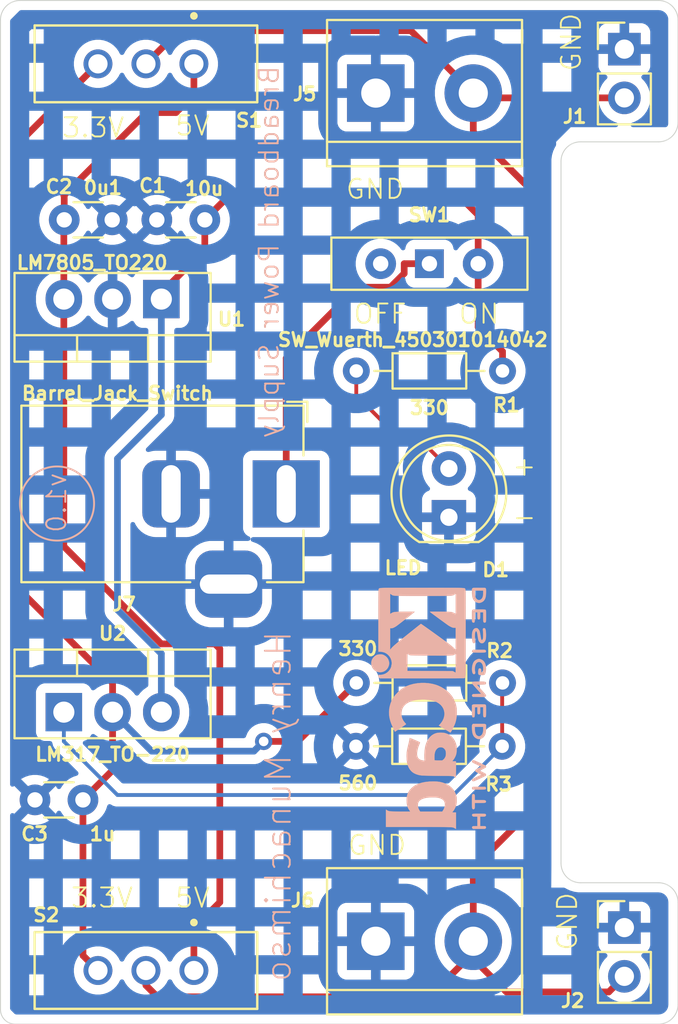
<source format=kicad_pcb>
(kicad_pcb (version 20241229) (generator "pcbnew") (generator_version "9.0")
  (title_block (title "Breadboard Power Supply") (date "2025-09-23") (rev "v2.0"))
  (layers (0 "F.Cu" signal) (2 "B.Cu" signal) (13 "F.Paste" user) (15 "B.Paste" user) (5 "F.SilkS" user "F.Silkscreen") (7 "B.SilkS" user "B.Silkscreen") (1 "F.Mask" user) (3 "B.Mask" user) (25 "Edge.Cuts" user))
  (net 0 "")
  (net 1 "/12V")
  (net 2 "GND")
  (net 3 "/5V")
  (net 4 "/3.3V")
  (net 5 "Net-(D1-A)")
  (net 6 "/PWR_OUT_TOP")
  (net 7 "/PWR_input")
  (net 8 "Net-(U2-ADJ)")
  (net 10 "/PWR_OUT_DOWN")
  (footprint "Capacitor_THT:C_Disc_D3.0mm_W1.6mm_P2.50mm" (layer "F.Cu") (at 132.9236 109.474 180)
    (property "Reference" "C3" (at 2.52 -1.778 0) (layer "F.SilkS") (effects (font (size 0.7 0.7))))
    (property "Value" "1u" (at -0.274 -1.778 0) (layer "F.SilkS") (effects (font (size 0.7 0.7)) (justify left)))
    (pad "1" thru_hole circle (at 0 0 180) (size 1.6 1.6) (drill 0.8) (layers "*.Cu" "*.Mask") (net 4 "/3.3V"))
    (pad "2" thru_hole circle (at 2.5 0 180) (size 1.6 1.6) (drill 0.8) (layers "*.Cu" "*.Mask") (net 2 "GND"))
  )
  (footprint "TerminalBlock:TerminalBlock_bornier-2_P5.08mm" (layer "F.Cu") (at 148.1836 72.644)
    (property "Reference" "J5" (at -3.7084 0.0508 0) (layer "F.SilkS") (effects (font (size 0.7 0.7))))
    (property "Value" "Screw_Terminal_01x02" (hide yes))
    (pad "1" thru_hole rect (at 0 0) (size 3 3) (drill 1.52) (layers "*.Cu" "*.Mask") (net 2 "GND"))
    (pad "2" thru_hole circle (at 5.08 0) (size 3 3) (drill 1.52) (layers "*.Cu" "*.Mask") (net 6 "/PWR_OUT_TOP"))
  )
  (footprint "Connector_PinHeader_2.54mm:PinHeader_1x02_P2.54mm_Vertical" (layer "F.Cu") (at 161.1376 70.353)
    (property "Reference" "J1" (at -2.5908 3.5102 0) (layer "F.SilkS") (effects (font (size 0.7 0.7))))
    (property "Value" "Conn_01x02_Pin" (hide yes))
    (pad "1" thru_hole rect (at 0 0) (size 1.7 1.7) (drill 1) (layers "*.Cu" "*.Mask") (net 2 "GND"))
    (pad "2" thru_hole circle (at 0 2.54) (size 1.7 1.7) (drill 1) (layers "*.Cu" "*.Mask") (net 6 "/PWR_OUT_TOP"))
  )
  (footprint "Connector_BarrelJack:BarrelJack_Horizontal" (layer "F.Cu") (at 143.5156 93.5305)
    (property "Reference" "J7" (at -8.45 5.75 0) (layer "F.SilkS") (effects (font (size 0.7 0.7))))
    (property "Value" "Barrel_Jack_Switch" (at -8.794 -5.2401 0) (layer "F.SilkS") (effects (font (size 0.7 0.7))))
    (pad "1" thru_hole rect (at 0 0) (size 3.5 3.5) (drill oval 1 3) (layers "*.Cu" "*.Mask") (net 7 "/PWR_input"))
    (pad "2" thru_hole roundrect (at -6 0) (size 3 3.5) (drill oval 1 3) (layers "*.Cu" "*.Mask") (net 2 "GND"))
    (pad "3" thru_hole roundrect (at -3 4.7) (size 3.5 3.5) (drill oval 3 1) (layers "*.Cu" "*.Mask") (net 2 "GND"))
  )
  (footprint "Capacitor_THT:C_Disc_D3.0mm_W1.6mm_P2.50mm" (layer "F.Cu") (at 139.2736 79.248 180)
    (property "Reference" "C1" (at 2.7232 1.778 0) (layer "F.SilkS") (effects (font (size 0.7 0.7))))
    (property "Value" "10u" (at 0.0308 1.6256 0) (layer "F.SilkS") (effects (font (size 0.7 0.7))))
    (pad "1" thru_hole circle (at 0 0 180) (size 1.6 1.6) (drill 0.8) (layers "*.Cu" "*.Mask") (net 1 "/12V"))
    (pad "2" thru_hole circle (at 2.5 0 180) (size 1.6 1.6) (drill 0.8) (layers "*.Cu" "*.Mask") (net 2 "GND"))
  )
  (footprint "Connector_PinHeader_2.54mm:PinHeader_1x02_P2.54mm_Vertical" (layer "F.Cu") (at 161.1376 116.1288)
    (property "Reference" "J2" (at -2.6924 3.81 0) (layer "F.SilkS") (effects (font (size 0.7 0.7))))
    (property "Value" "Conn_01x02_Pin" (hide yes))
    (pad "1" thru_hole rect (at 0 0) (size 1.7 1.7) (drill 1) (layers "*.Cu" "*.Mask") (net 2 "GND"))
    (pad "2" thru_hole circle (at 0 2.54) (size 1.7 1.7) (drill 1) (layers "*.Cu" "*.Mask") (net 10 "/PWR_OUT_DOWN"))
  )
  (footprint "Capacitor_THT:C_Disc_D3.0mm_W1.6mm_P2.50mm" (layer "F.Cu") (at 131.9476 79.248)
    (property "Reference" "C2" (at -0.274 -1.7272 0) (layer "F.SilkS") (effects (font (size 0.7 0.7))))
    (property "Value" "0u1" (at 2.015 -1.6764 0) (layer "F.SilkS") (effects (font (size 0.7 0.7))))
    (pad "1" thru_hole circle (at 0 0) (size 1.6 1.6) (drill 0.8) (layers "*.Cu" "*.Mask") (net 3 "/5V"))
    (pad "2" thru_hole circle (at 2.5 0) (size 1.6 1.6) (drill 0.8) (layers "*.Cu" "*.Mask") (net 2 "GND"))
  )
  (footprint "TerminalBlock:TerminalBlock_bornier-2_P5.08mm" (layer "F.Cu") (at 148.1836 116.84)
    (property "Reference" "J6" (at -3.81 -2.1336 0) (layer "F.SilkS") (effects (font (size 0.7 0.7))))
    (property "Value" "Screw_Terminal_01x02" (hide yes))
    (pad "1" thru_hole rect (at 0 0) (size 3 3) (drill 1.52) (layers "*.Cu" "*.Mask") (net 2 "GND"))
    (pad "2" thru_hole circle (at 5.08 0) (size 3 3) (drill 1.52) (layers "*.Cu" "*.Mask") (net 10 "/PWR_OUT_DOWN"))
  )
  (footprint "LED_THT:LED_D5.0mm" (layer "F.Cu") (at 151.9936 94.747 90)
    (property "Reference" "D1" (at -2.7382 2.4384 0) (layer "F.SilkS") (effects (font (size 0.7 0.7))))
    (property "Value" "LED" (at -2.6366 -2.3876 180) (layer "F.SilkS") (effects (font (size 0.7 0.7))))
    (pad "1" thru_hole rect (at 0 0 90) (size 1.8 1.8) (drill 0.9) (layers "*.Cu" "*.Mask") (net 2 "GND"))
    (pad "2" thru_hole circle (at 2.54 0 90) (size 1.8 1.8) (drill 0.9) (layers "*.Cu" "*.Mask") (net 5 "Net-(D1-A)"))
  )
  (footprint "Resistor_THT:R_Axial_DIN0204_L3.6mm_D1.6mm_P7.62mm_Horizontal" (layer "F.Cu") (at 154.7876 103.378 180)
    (property "Reference" "R2" (at 0.1524 1.6764 0) (layer "F.SilkS") (effects (font (size 0.7 0.7))))
    (property "Value" "330" (at 8.636 1.778 0) (layer "F.SilkS") (effects (font (size 0.7 0.7)) (justify left)))
    (pad "1" thru_hole circle (at 0 0 180) (size 1.4 1.4) (drill 0.7) (layers "*.Cu" "*.Mask") (net 8 "Net-(U2-ADJ)"))
    (pad "2" thru_hole circle (at 7.62 0 180) (size 1.4 1.4) (drill 0.7) (layers "*.Cu" "*.Mask") (net 4 "/3.3V"))
  )
  (footprint "Resistor_THT:R_Axial_DIN0204_L3.6mm_D1.6mm_P7.62mm_Horizontal" (layer "F.Cu") (at 147.1496 106.68)
    (property "Reference" "R3" (at 7.4348 1.9812 0) (layer "F.SilkS") (effects (font (size 0.7 0.7))))
    (property "Value" "560" (at -0.998 1.92 0) (layer "F.SilkS") (effects (font (size 0.7 0.7)) (justify left)))
    (pad "1" thru_hole circle (at 0 0) (size 1.4 1.4) (drill 0.7) (layers "*.Cu" "*.Mask") (net 2 "GND"))
    (pad "2" thru_hole circle (at 7.62 0) (size 1.4 1.4) (drill 0.7) (layers "*.Cu" "*.Mask") (net 8 "Net-(U2-ADJ)"))
  )
  (footprint "EG1218 SPDT Switch:SW_EG1218" (layer "F.Cu") (at 136.2056 118.364 180)
    (property "Reference" "S2" (at 5.1924 2.8956 0) (layer "F.SilkS") (effects (font (size 0.7 0.7))))
    (property "Value" "EG1218" (hide yes))
    (pad "1" thru_hole circle (at -2.5 0 180) (size 1.508 1.508) (drill 1) (layers "*.Cu" "*.Mask") (net 3 "/5V"))
    (pad "2" thru_hole circle (at 0 0 180) (size 1.508 1.508) (drill 1) (layers "*.Cu" "*.Mask") (net 10 "/PWR_OUT_DOWN"))
    (pad "3" thru_hole circle (at 2.5 0 180) (size 1.508 1.508) (drill 1) (layers "*.Cu" "*.Mask") (net 4 "/3.3V"))
  )
  (footprint "EG1218 SPDT Switch:SW_EG1218" (layer "F.Cu") (at 136.2056 71.12 180)
    (property "Reference" "S1" (at -5.374 -2.9464 0) (layer "F.SilkS") (effects (font (size 0.7 0.7))))
    (property "Value" "EG1218" (hide yes))
    (pad "1" thru_hole circle (at -2.5 0 180) (size 1.508 1.508) (drill 1) (layers "*.Cu" "*.Mask") (net 3 "/5V"))
    (pad "2" thru_hole circle (at 0 0 180) (size 1.508 1.508) (drill 1) (layers "*.Cu" "*.Mask") (net 6 "/PWR_OUT_TOP"))
    (pad "3" thru_hole circle (at 2.5 0 180) (size 1.508 1.508) (drill 1) (layers "*.Cu" "*.Mask") (net 4 "/3.3V"))
  )
  (footprint "Package_TO_SOT_THT:TO-220-3_Vertical" (layer "F.Cu") (at 137.0076 83.378 180)
    (property "Reference" "U1" (at -3.6576 -1.0516 0) (layer "F.SilkS") (effects (font (size 0.7 0.7))))
    (property "Value" "LM7805_TO220" (at 3.6068 1.8948 0) (layer "F.SilkS") (effects (font (size 0.7 0.7))))
    (pad "1" thru_hole rect (at 0 0 180) (size 1.905 2) (drill 1.1) (layers "*.Cu" "*.Mask") (net 1 "/12V"))
    (pad "2" thru_hole oval (at 2.54 0 180) (size 1.905 2) (drill 1.1) (layers "*.Cu" "*.Mask") (net 2 "GND"))
    (pad "3" thru_hole oval (at 5.08 0 180) (size 1.905 2) (drill 1.1) (layers "*.Cu" "*.Mask") (net 3 "/5V"))
  )
  (footprint "Button_Switch_THT:SW_Slide-03_Wuerth-WS-SLTV_10x2.5x6.4_P2.54mm" (layer "F.Cu") (at 150.9776 81.534)
    (property "Reference" "SW1" (at 0 -2.54 0) (layer "F.SilkS") (effects (font (size 0.7 0.7))))
    (property "Value" "SW_Wuerth_450301014042" (at -0.8636 3.9624 0) (layer "F.SilkS") (effects (font (size 0.7 0.7))))
    (pad "1" thru_hole rect (at 0 0) (size 1.5 1.5) (drill 0.8) (layers "*.Cu" "*.Mask") (net 7 "/PWR_input"))
    (pad "2" thru_hole circle (at -2.54 0) (size 1.6 1.6) (drill 0.8) (layers "*.Cu" "*.Mask"))
    (pad "3" thru_hole circle (at 2.54 0) (size 1.6 1.6) (drill 0.8) (layers "*.Cu" "*.Mask") (net 1 "/12V"))
  )
  (footprint "Resistor_THT:R_Axial_DIN0204_L3.6mm_D1.6mm_P7.62mm_Horizontal" (layer "F.Cu") (at 147.1676 87.122)
    (property "Reference" "R1" (at 7.8232 1.778 0) (layer "F.SilkS") (effects (font (size 0.7 0.7))))
    (property "Value" "330" (at 3.81 1.92 0) (layer "F.SilkS") (effects (font (size 0.7 0.7))))
    (pad "1" thru_hole circle (at 0 0) (size 1.4 1.4) (drill 0.7) (layers "*.Cu" "*.Mask") (net 5 "Net-(D1-A)"))
    (pad "2" thru_hole circle (at 7.62 0) (size 1.4 1.4) (drill 0.7) (layers "*.Cu" "*.Mask") (net 1 "/12V"))
  )
  (footprint "Package_TO_SOT_THT:TO-220-3_Vertical" (layer "F.Cu") (at 131.9276 104.902)
    (property "Reference" "U2" (at 2.54 -4.1 0) (layer "F.SilkS") (effects (font (size 0.7 0.7))))
    (property "Value" "LM317_TO-220" (at 2.54 2.2 0) (layer "F.SilkS") (effects (font (size 0.7 0.7))))
    (pad "1" thru_hole rect (at 0 0) (size 1.905 2) (drill 1.1) (layers "*.Cu" "*.Mask") (net 8 "Net-(U2-ADJ)"))
    (pad "2" thru_hole oval (at 2.54 0) (size 1.905 2) (drill 1.1) (layers "*.Cu" "*.Mask") (net 4 "/3.3V"))
    (pad "3" thru_hole oval (at 5.08 0) (size 1.905 2) (drill 1.1) (layers "*.Cu" "*.Mask") (net 1 "/12V"))
  )
  (footprint "Symbol:KiCad-Logo2_5mm_SilkScreen" (layer "B.Cu") (at 150.9268 104.6988 -90)
    (property "Reference" "REF**" (hide yes))
    (property "Value" "KiCad-Logo2_5mm_SilkScreen" (hide yes))
  )
  (gr_circle (center 131.572 94.0308) (end 132.6896 92.456) (stroke (width 0.1)) (fill no) (layer "B.SilkS"))
  (gr_line (start 162.9156 113.792) (end 158.8516 113.792) (stroke (width 0.05)) (layer "Edge.Cuts"))
  (gr_line (start 163.9316 120.142) (end 163.9316 114.808) (stroke (width 0.05)) (layer "Edge.Cuts"))
  (gr_line (start 163.9316 74.168) (end 163.9316 68.834) (stroke (width 0.05)) (layer "Edge.Cuts"))
  (gr_arc (start 162.9156 113.792) (mid 163.63402 114.08958) (end 163.9316 114.808) (stroke (width 0.05)) (layer "Edge.Cuts"))
  (gr_arc (start 158.8516 113.792) (mid 158.13318 113.49442) (end 157.8356 112.776) (stroke (width 0.05)) (layer "Edge.Cuts"))
  (gr_line (start 162.9156 67.818) (end 129.6416 67.818) (stroke (width 0.05)) (layer "Edge.Cuts"))
  (gr_arc (start 129.3876 121.158) (mid 128.848785 120.934815) (end 128.6256 120.396) (stroke (width 0.05)) (layer "Edge.Cuts"))
  (gr_line (start 128.6256 68.834) (end 128.6256 120.396) (stroke (width 0.05)) (layer "Edge.Cuts"))
  (gr_line (start 157.8356 112.776) (end 157.8356 76.2) (stroke (width 0.05)) (layer "Edge.Cuts"))
  (gr_line (start 129.3876 121.158) (end 162.9156 121.158) (stroke (width 0.05)) (layer "Edge.Cuts"))
  (gr_arc (start 163.9316 120.142) (mid 163.63402 120.86042) (end 162.9156 121.158) (stroke (width 0.05)) (layer "Edge.Cuts"))
  (gr_arc (start 163.9316 74.168) (mid 163.63402 74.88642) (end 162.9156 75.184) (stroke (width 0.05)) (layer "Edge.Cuts"))
  (gr_arc (start 128.6256 68.834) (mid 128.92318 68.11558) (end 129.6416 67.818) (stroke (width 0.05)) (layer "Edge.Cuts"))
  (gr_line (start 158.8516 75.184) (end 162.9156 75.184) (stroke (width 0.05)) (layer "Edge.Cuts"))
  (gr_arc (start 157.8356 76.2) (mid 158.13318 75.48158) (end 158.8516 75.184) (stroke (width 0.05)) (layer "Edge.Cuts"))
  (gr_arc (start 162.9156 67.818) (mid 163.63402 68.11558) (end 163.9316 68.834) (stroke (width 0.05)) (layer "Edge.Cuts"))
  (gr_text "+" (at 155.2448 92.6592 0) (layer "F.SilkS") (effects (font (size 1 1) (thickness 0.1)) (justify left bottom)))
  (gr_text "GND" (at 158.75 117.3988 90) (layer "F.SilkS") (effects (font (size 1 1) (thickness 0.1)) (justify left bottom)))
  (gr_text "ON" (at 152.4508 83.566 0) (layer "F.SilkS") (effects (font (size 1 1) (thickness 0.1)) (justify left top)))
  (gr_text "3.3V\n" (at 131.7752 75.0316 0) (layer "F.SilkS") (effects (font (size 1 1) (thickness 0.1)) (justify left bottom)))
  (gr_text "5V" (at 137.668 74.93 0) (layer "F.SilkS") (effects (font (size 1 1) (thickness 0.1)) (justify left bottom)))
  (gr_text "5V" (at 137.668 115.1636 0) (layer "F.SilkS") (effects (font (size 1 1) (thickness 0.1)) (justify left bottom)))
  (gr_text "GND" (at 146.558 78.232 0) (layer "F.SilkS") (effects (font (size 1 1) (thickness 0.1)) (justify left bottom)))
  (gr_text "-" (at 155.2448 95.3008 0) (layer "F.SilkS") (effects (font (size 1 1) (thickness 0.1)) (justify left bottom)))
  (gr_text "3.3V\n" (at 132.2324 115.1636 0) (layer "F.SilkS") (effects (font (size 1 1) (thickness 0.1)) (justify left bottom)))
  (gr_text "GND" (at 146.6596 112.4204 0) (layer "F.SilkS") (effects (font (size 1 1) (thickness 0.1)) (justify left bottom)))
  (gr_text "GND" (at 158.9532 71.5772 90) (layer "F.SilkS") (effects (font (size 1 1) (thickness 0.1)) (justify left bottom)))
  (gr_text "OFF\n" (at 146.9644 83.566 0) (layer "F.SilkS") (effects (font (size 1 1) (thickness 0.1)) (justify left top)))
  (gr_text "Breadboard Power Supply" (at 143.2052 80.9244 90) (layer "B.SilkS") (effects (font (size 1 1) (thickness 0.1)) (justify bottom mirror)))
  (gr_text "Henry Munachimso" (at 143.8656 100.584 90) (layer "B.SilkS") (effects (font (size 1.3 1.3) (thickness 0.1)) (justify left bottom mirror)))
  (gr_text "v1.0" (at 132.1308 92.3544 90) (layer "B.SilkS") (effects (font (size 1 1) (thickness 0.1)) (justify left bottom mirror)))
  (segment (start 152.2476 116.84) (end 153.2636 116.84) (width 0.35) (layer "F.Cu") (net 0))
  (segment (start 157.0736 109.22) (end 153.2636 113.03) (width 0.35) (layer "F.Cu") (net 0))
  (segment (start 153.2636 72.644) (end 153.2636 74.676) (width 0.35) (layer "F.Cu") (net 0))
  (segment (start 153.2636 113.03) (end 153.2636 116.84) (width 0.35) (layer "F.Cu") (net 0))
  (segment (start 157.0736 78.486) (end 157.0736 109.22) (width 0.35) (layer "F.Cu") (net 0))
  (segment (start 153.2636 74.676) (end 157.0736 78.486) (width 0.35) (layer "F.Cu") (net 0))
  (segment (start 154.7876 86.106) (end 154.7876 87.122) (width 0.35) (layer "F.Cu") (net 1))
  (segment (start 137.0076 83.378) (end 137.0076 83.058) (width 0.35) (layer "F.Cu") (net 1))
  (segment (start 153.5176 84.836) (end 154.7876 86.106) (width 0.35) (layer "F.Cu") (net 1))
  (segment (start 153.5176 78.994) (end 153.5176 81.534) (width 0.35) (layer "F.Cu") (net 1))
  (segment (start 139.2736 80.792) (end 139.2736 79.248) (width 0.35) (layer "F.Cu") (net 1))
  (segment (start 152.5016 77.978) (end 153.5176 78.994) (width 0.35) (layer "F.Cu") (net 1))
  (segment (start 139.2736 79.248) (end 140.5436 77.978) (width 0.35) (layer "F.Cu") (net 1))
  (segment (start 153.5176 81.534) (end 153.5176 84.836) (width 0.35) (layer "F.Cu") (net 1))
  (segment (start 137.0076 83.058) (end 139.2736 80.792) (width 0.35) (layer "F.Cu") (net 1))
  (segment (start 140.5436 77.978) (end 152.5016 77.978) (width 0.35) (layer "F.Cu") (net 1))
  (segment (start 137.0076 89.408) (end 134.7216 91.694) (width 0.35) (layer "B.Cu") (net 1))
  (segment (start 134.7216 91.694) (end 134.7216 99.568) (width 0.35) (layer "B.Cu") (net 1))
  (segment (start 137.0076 83.378) (end 137.0076 89.408) (width 0.35) (layer "B.Cu") (net 1))
  (segment (start 137.0076 101.854) (end 137.0076 104.902) (width 0.35) (layer "B.Cu") (net 1))
  (segment (start 134.7216 99.568) (end 137.0076 101.854) (width 0.35) (layer "B.Cu") (net 1))
  (segment (start 140.0556 101.6) (end 140.0556 114.808) (width 0.35) (layer "F.Cu") (net 3))
  (segment (start 131.9276 83.378) (end 131.9276 79.268) (width 0.35) (layer "F.Cu") (net 3))
  (segment (start 139.8016 101.346) (end 140.0556 101.6) (width 0.35) (layer "F.Cu") (net 3))
  (segment (start 136.2456 73.66) (end 137.7696 73.66) (width 0.35) (layer "F.Cu") (net 3))
  (segment (start 137.7696 73.66) (end 138.7056 72.724) (width 0.35) (layer "F.Cu") (net 3))
  (segment (start 131.9476 79.248) (end 131.9476 77.998) (width 0.35) (layer "F.Cu") (net 3))
  (segment (start 138.7056 72.724) (end 138.7056 71.12) (width 0.35) (layer "F.Cu") (net 3))
  (segment (start 131.9476 77.998) (end 131.9276 77.978) (width 0.35) (layer "F.Cu") (net 3))
  (segment (start 131.9276 96.266) (end 137.0076 101.346) (width 0.35) (layer "F.Cu") (net 3))
  (segment (start 131.9276 83.378) (end 131.9276 96.266) (width 0.35) (layer "F.Cu") (net 3))
  (segment (start 137.0076 101.346) (end 139.8016 101.346) (width 0.35) (layer "F.Cu") (net 3))
  (segment (start 140.0556 114.808) (end 138.7056 116.158) (width 0.35) (layer "F.Cu") (net 3))
  (segment (start 138.7056 116.158) (end 138.7056 118.364) (width 0.35) (layer "F.Cu") (net 3))
  (segment (start 131.9276 79.268) (end 131.9476 79.248) (width 0.35) (layer "F.Cu") (net 3))
  (segment (start 131.9276 77.978) (end 136.2456 73.66) (width 0.35) (layer "F.Cu") (net 3))
  (segment (start 134.4676 107.93) (end 134.4676 104.902) (width 0.35) (layer "F.Cu") (net 4))
  (segment (start 134.4676 103.378) (end 134.4676 104.902) (width 0.35) (layer "F.Cu") (net 4))
  (segment (start 144.1196 106.426) (end 147.1676 103.378) (width 0.35) (layer "F.Cu") (net 4))
  (segment (start 129.6416 75.184) (end 129.6416 98.552) (width 0.35) (layer "F.Cu") (net 4))
  (segment (start 142.3416 106.426) (end 144.1196 106.426) (width 0.35) (layer "F.Cu") (net 4))
  (segment (start 132.9236 117.582) (end 132.9236 109.474) (width 0.35) (layer "F.Cu") (net 4))
  (segment (start 133.7056 71.12) (end 129.6416 75.184) (width 0.35) (layer "F.Cu") (net 4))
  (segment (start 133.7056 118.364) (end 132.9236 117.582) (width 0.35) (layer "F.Cu") (net 4))
  (segment (start 129.6416 98.552) (end 134.4676 103.378) (width 0.35) (layer "F.Cu") (net 4))
  (segment (start 132.9236 109.474) (end 134.4676 107.93) (width 0.35) (layer "F.Cu") (net 4))
  (via (at 142.3416 106.426) (size 0.9) (drill 0.5) (layers "F.Cu" "B.Cu") (net 4))
  (segment (start 136.4996 106.934) (end 134.4676 104.902) (width 0.35) (layer "B.Cu") (net 4))
  (segment (start 142.3416 106.426) (end 141.8336 106.934) (width 0.35) (layer "B.Cu") (net 4))
  (segment (start 141.8336 106.934) (end 136.4996 106.934) (width 0.35) (layer "B.Cu") (net 4))
  (segment (start 149.4536 90.678) (end 150.2156 90.678) (width 0.2) (layer "F.Cu") (net 5))
  (segment (start 150.2156 90.678) (end 150.7286 91.191) (width 0.2) (layer "F.Cu") (net 5))
  (segment (start 147.1676 88.392) (end 149.4536 90.678) (width 0.2) (layer "F.Cu") (net 5))
  (segment (start 147.1676 87.122) (end 147.1676 88.392) (width 0.2) (layer "F.Cu") (net 5))
  (segment (start 150.7286 91.191) (end 150.9776 91.191) (width 0.2) (layer "F.Cu") (net 5))
  (segment (start 150.9776 91.191) (end 151.9936 92.207) (width 0.2) (layer "F.Cu") (net 5))
  (segment (start 137.8204 69.5052) (end 137.8204 69.3928) (width 0.35) (layer "F.Cu") (net 6))
  (segment (start 136.2056 71.12) (end 137.8204 69.5052) (width 0.35) (layer "F.Cu") (net 6))
  (segment (start 137.8204 69.3928) (end 150.0124 69.3928) (width 0.35) (layer "F.Cu") (net 6))
  (segment (start 154.1136 72.893) (end 153.8646 72.644) (width 0.35) (layer "F.Cu") (net 6))
  (segment (start 150.0124 69.3928) (end 152.838629 72.219029) (width 0.35) (layer "F.Cu") (net 6))
  (segment (start 161.1376 72.893) (end 154.1136 72.893) (width 0.35) (layer "F.Cu") (net 6))
  (segment (start 147.2116 82.76) (end 148.945426 82.76) (width 0.35) (layer "F.Cu") (net 7))
  (segment (start 149.6636 82.041826) (end 149.6636 81.534) (width 0.35) (layer "F.Cu") (net 7))
  (segment (start 143.5156 86.456) (end 147.2116 82.76) (width 0.35) (layer "F.Cu") (net 7))
  (segment (start 148.945426 82.76) (end 149.6636 82.041826) (width 0.35) (layer "F.Cu") (net 7))
  (segment (start 149.6636 81.534) (end 150.9776 81.534) (width 0.35) (layer "F.Cu") (net 7))
  (segment (start 143.5156 93.5305) (end 143.5156 86.456) (width 0.35) (layer "F.Cu") (net 7))
  (segment (start 154.7876 103.632) (end 154.7696 103.65) (width 0.2) (layer "F.Cu") (net 8))
  (segment (start 154.7696 103.65) (end 154.7696 106.68) (width 0.2) (layer "F.Cu") (net 8))
  (segment (start 154.7876 103.378) (end 154.7876 103.632) (width 0.2) (layer "F.Cu") (net 8))
  (segment (start 152.2296 109.22) (end 134.7216 109.22) (width 0.2) (layer "B.Cu") (net 8))
  (segment (start 134.7216 109.22) (end 131.9276 106.426) (width 0.2) (layer "B.Cu") (net 8))
  (segment (start 131.9276 106.426) (end 131.9276 104.902) (width 0.2) (layer "B.Cu") (net 8))
  (segment (start 154.7696 106.68) (end 152.2296 109.22) (width 0.2) (layer "B.Cu") (net 8))
  (segment (start 153.2636 117.7544) (end 153.2636 117.441) (width 0.35) (layer "F.Cu") (net 10))
  (segment (start 160.3248 119.4816) (end 154.9908 119.4816) (width 0.35) (layer "F.Cu") (net 10))
  (segment (start 150.969 119.7356) (end 153.2636 117.441) (width 0.35) (layer "F.Cu") (net 10))
  (segment (start 136.2056 119.1368) (end 136.8044 119.7356) (width 0.35) (layer "F.Cu") (net 10))
  (segment (start 136.2056 118.364) (end 136.2056 119.1368) (width 0.35) (layer "F.Cu") (net 10))
  (segment (start 161.1376 118.6688) (end 160.3248 119.4816) (width 0.35) (layer "F.Cu") (net 10))
  (segment (start 136.8044 119.7356) (end 150.969 119.7356) (width 0.35) (layer "F.Cu") (net 10))
  (segment (start 154.9908 119.4816) (end 153.2636 117.7544) (width 0.35) (layer "F.Cu") (net 10))
  (zone (net 2) (net_name "GND") (layer "B.Cu") (connect_pads (clearance 0.5)) (min_thickness 0.25) (fill yes (mode hatch) (thermal_gap 0.5) (thermal_bridge_width 0.5) (hatch_thickness 1) (hatch_gap 1.5) (hatch_orientation 0) (hatch_border_algorithm hatch_thickness) (hatch_min_hole_area 0.3))
    (polygon (pts (xy 129.8956 68.072) (xy 128.8796 69.088) (xy 128.8796 120.142) (xy 129.6416 120.904) (xy 162.9156 120.904) (xy 163.6776 120.142) (xy 163.6776 114.808) (xy 162.9156 114.046) (xy 157.3276 114.046) (xy 157.5816 75.184) (xy 158.3436 74.422) (xy 163.4236 74.422) (xy 163.4236 68.58) (xy 162.9156 68.072)))
  )
)
</source>
